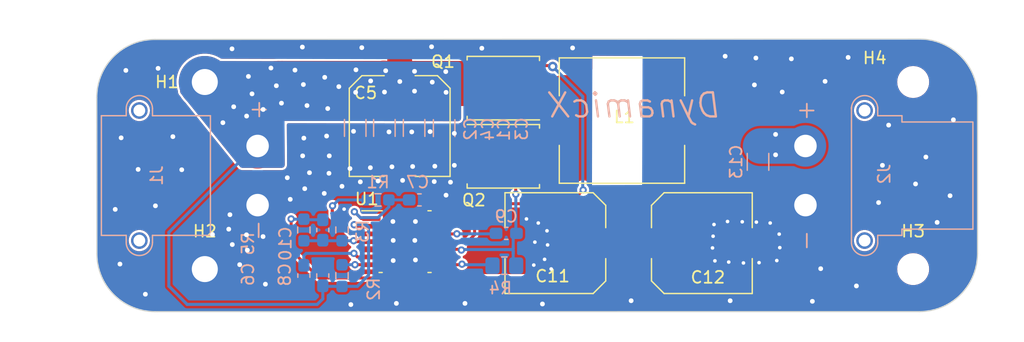
<source format=kicad_pcb>
(kicad_pcb (version 20211014) (generator pcbnew)
  (layers (0 "F.Cu" signal) (31 "B.Cu" signal) (34 "B.Paste" user) (35 "F.Paste" user) (36 "B.SilkS" user "B.Silkscreen") (37 "F.SilkS" user "F.Silkscreen") (38 "B.Mask" user) (39 "F.Mask" user) (44 "Edge.Cuts" user))
  (net 0 "")
  (net 1 "VCC")
  (net 2 "GND")
  (net 3 "Net-(C7-Pad1)")
  (net 4 "Net-(C8-Pad2)")
  (net 5 "Net-(C9-Pad1)")
  (net 6 "Net-(C9-Pad2)")
  (net 7 "Net-(C10-Pad1)")
  (net 8 "VOUT")
  (net 9 "Net-(Q1-Pad4)")
  (net 10 "Net-(Q2-Pad4)")
  (net 11 "Net-(R1-Pad1)")
  (net 12 "Net-(R2-Pad2)")
  (net 13 "Net-(R4-Pad1)")
  (footprint "Package_SO:HTSSOP-14-1EP_4.4x5mm_P0.65mm_EP3.4x5mm_Mask3x3.1mm" (layer "F.Cu") (at 106.2378 137.0838)
    (fp_text reference "U1" (at -3.2408 -3.6068) (layer "F.SilkS"))
    (fp_text value "LM3150MH")
    (fp_line (start -1.935584 2.61) (end -2.2 2.61) (layer "F.SilkS") (width 0.12))
    (fp_line (start 1.935584 -2.61) (end 2.2 -2.61) (layer "F.SilkS") (width 0.12))
    (fp_line (start -1.935584 -2.61) (end -3.65 -2.61) (layer "F.SilkS") (width 0.12))
    (fp_line (start 1.935584 2.61) (end 2.2 2.61) (layer "F.SilkS") (width 0.12))
    (pad "1" smd roundrect (at -2.8625 -1.95) (size 1.575 0.4) (layers "F.Cu" "F.Paste" "F.Mask") (net 3 "Net-(C7-Pad1)"))
    (pad "2" smd roundrect (at -2.8625 -1.3) (size 1.575 0.4) (layers "F.Cu" "F.Paste" "F.Mask") (net 1 "VCC"))
    (pad "3" smd roundrect (at -2.8625 -0.65) (size 1.575 0.4) (layers "F.Cu" "F.Paste" "F.Mask") (net 11 "Net-(R1-Pad1)"))
    (pad "4" smd roundrect (at -2.8625 0) (size 1.575 0.4) (layers "F.Cu" "F.Paste" "F.Mask") (net 7 "Net-(C10-Pad1)"))
    (pad "5" smd roundrect (at -2.8625 0.65) (size 1.575 0.4) (layers "F.Cu" "F.Paste" "F.Mask") (net 2 "GND"))
    (pad "6" smd roundrect (at -2.8625 1.3) (size 1.575 0.4) (layers "F.Cu" "F.Paste" "F.Mask") (net 4 "Net-(C8-Pad2)"))
    (pad "7" smd roundrect (at -2.8625 1.95) (size 1.575 0.4) (layers "F.Cu" "F.Paste" "F.Mask") (net 12 "Net-(R2-Pad2)"))
    (pad "8" smd roundrect (at 2.8625 1.95) (size 1.575 0.4) (layers "F.Cu" "F.Paste" "F.Mask") (net 13 "Net-(R4-Pad1)"))
    (pad "9" smd roundrect (at 2.8625 1.3) (size 1.575 0.4) (layers "F.Cu" "F.Paste" "F.Mask") (net 2 "GND"))
    (pad "10" smd roundrect (at 2.8625 0.65) (size 1.575 0.4) (layers "F.Cu" "F.Paste" "F.Mask") (net 5 "Net-(C9-Pad1)"))
    (pad "11" smd roundrect (at 2.8625 0) (size 1.575 0.4) (layers "F.Cu" "F.Paste" "F.Mask") (net 9 "Net-(Q1-Pad4)"))
    (pad "12" smd roundrect (at 2.8625 -0.65) (size 1.575 0.4) (layers "F.Cu" "F.Paste" "F.Mask") (net 6 "Net-(C9-Pad2)"))
    (pad "13" smd roundrect (at 2.8625 -1.3) (size 1.575 0.4) (layers "F.Cu" "F.Paste" "F.Mask") (net 10 "Net-(Q2-Pad4)"))
    (pad "14" smd roundrect (at 2.8625 -1.95) (size 1.575 0.4) (layers "F.Cu" "F.Paste" "F.Mask") (net 2 "GND"))
    (pad "15" smd rect (at 0 0) (size 3.4 5) (layers "F.Cu") (net 2 "GND"))
  )
  (footprint "MountingHole:MountingHole_2.2mm_M2_Pad_TopBottom" (layer "F.Cu") (at 89.3016 123.586 90)
    (fp_text reference "H1" (at 0 -3.2) (layer "F.SilkS"))
    (fp_text value "MountingHole_Pad")
    (pad "1" connect circle (at 0 0 90) (size 4.4 4.4) (layers "F.Cu" "F.Mask") (net 1 "VCC"))
    (pad "1" thru_hole circle (at 0 0 90) (size 2.6 2.6) (drill 2.2) (layers *.Cu *.Mask) (net 1 "VCC"))
    (pad "1" connect circle (at 0 0 90) (size 4.4 4.4) (layers "B.Cu" "B.Mask") (net 1 "VCC"))
  )
  (footprint "MountingHole:MountingHole_2.2mm_M2" (layer "F.Cu") (at 149.2016 139.4056)
    (fp_text reference "H3" (at 0 -3.2) (layer "F.SilkS"))
    (fp_text value "MountingHole")
    (pad "" np_thru_hole circle (at 0 0) (size 2.2 2.2) (drill 2.2) (layers *.Cu *.Mask))
  )
  (footprint "MountingHole:MountingHole_2.2mm_M2" (layer "F.Cu") (at 149.2016 123.586)
    (fp_text reference "H4" (at -3.25 -2.0304) (layer "F.SilkS"))
    (fp_text value "MountingHole")
    (pad "" np_thru_hole circle (at 0 0) (size 2.2 2.2) (drill 2.2) (layers *.Cu *.Mask))
  )
  (footprint "MountingHole:MountingHole_2.2mm_M2_Pad_TopBottom" (layer "F.Cu") (at 89.3016 139.4056)
    (fp_text reference "H2" (at 0 -3.2) (layer "F.SilkS"))
    (fp_text value "MountingHole_Pad")
    (pad "1" thru_hole circle (at 0 0) (size 2.6 2.6) (drill 2.2) (layers *.Cu *.Mask) (net 2 "GND"))
    (pad "1" connect circle (at 0 0) (size 4.4 4.4) (layers "B.Cu" "B.Mask") (net 2 "GND"))
    (pad "1" connect circle (at 0 0) (size 4.4 4.4) (layers "F.Cu" "F.Mask") (net 2 "GND"))
  )
  (footprint "Package_TO_SOT_SMD:TDSON-8-1" (layer "F.Cu") (at 114.5436 124.1044 180)
    (fp_text reference "Q1" (at 5.095 2.2352) (layer "F.SilkS"))
    (fp_text value "CSD18540Q5B")
    (fp_line (start 3.06 -2.685) (end -3.06 -2.685) (layer "F.SilkS") (width 0.12))
    (fp_line (start 3.06 -2.385) (end 3.06 -2.685) (layer "F.SilkS") (width 0.12))
    (fp_line (start -3.06 2.335) (end -3.06 2.685) (layer "F.SilkS") (width 0.12))
    (fp_line (start 3.06 2.385) (end 3.06 2.685) (layer "F.SilkS") (width 0.12))
    (fp_line (start 3.06 2.685) (end -3.06 2.685) (layer "F.SilkS") (width 0.12))
    (pad "1" smd rect (at -2.9 -1.905 180) (size 0.85 0.5) (layers "F.Cu" "F.Paste" "F.Mask") (net 5 "Net-(C9-Pad1)"))
    (pad "2" smd rect (at -2.9 -0.635 180) (size 0.85 0.5) (layers "F.Cu" "F.Paste" "F.Mask") (net 5 "Net-(C9-Pad1)"))
    (pad "3" smd rect (at -2.9 0.635 180) (size 0.85 0.5) (layers "F.Cu" "F.Paste" "F.Mask") (net 5 "Net-(C9-Pad1)"))
    (pad "4" smd rect (at -2.9 1.905 180) (size 0.85 0.5) (layers "F.Cu" "F.Paste" "F.Mask") (net 9 "Net-(Q1-Pad4)"))
    (pad "5" smd rect (at 1.05 0 180) (size 4.55 4.41) (layers "F.Cu") (net 1 "VCC"))
  )
  (footprint "Capacitor_SMD:C_Elec_8x10.2" (layer "F.Cu") (at 131.333 137.2108)
    (fp_text reference "C12" (at 0.508 2.8956) (layer "F.SilkS"))
    (fp_text value "220uF")
    (fp_line (start -4.26 -3.195563) (end -4.26 -1.31) (layer "F.SilkS") (width 0.12))
    (fp_line (start 4.26 -4.26) (end 4.26 -1.31) (layer "F.SilkS") (width 0.12))
    (fp_line (start 4.26 4.26) (end 4.26 1.31) (layer "F.SilkS") (width 0.12))
    (fp_line (start -4.26 3.195563) (end -4.26 1.31) (layer "F.SilkS") (width 0.12))
    (fp_line (start -4.26 3.195563) (end -3.195563 4.26) (layer "F.SilkS") (width 0.12))
    (fp_line (start -3.195563 -4.26) (end 4.26 -4.26) (layer "F.SilkS") (width 0.12))
    (fp_line (start -3.195563 4.26) (end 4.26 4.26) (layer "F.SilkS") (width 0.12))
    (fp_line (start -4.26 -3.195563) (end -3.195563 -4.26) (layer "F.SilkS") (width 0.12))
    (pad "1" smd roundrect (at -3.6 0) (size 4.5 2.1) (layers "F.Cu" "F.Paste" "F.Mask") (roundrect_rratio 0.1190480952) (net 8 "VOUT"))
    (pad "2" smd roundrect (at 3.6 0) (size 4.5 2.1) (layers "F.Cu" "F.Paste" "F.Mask") (roundrect_rratio 0.1190480952) (net 2 "GND"))
  )
  (footprint "Capacitor_SMD:C_Elec_8x10.2" (layer "F.Cu") (at 105.7806 127.3103 -90)
    (fp_text reference "C5" (at -2.7995 2.8852 -180) (layer "F.SilkS"))
    (fp_text value "CAP")
    (fp_line (start -3.195563 -4.26) (end 4.26 -4.26) (layer "F.SilkS") (width 0.12))
    (fp_line (start -4.26 3.195563) (end -4.26 1.31) (layer "F.SilkS") (width 0.12))
    (fp_line (start -4.26 3.195563) (end -3.195563 4.26) (layer "F.SilkS") (width 0.12))
    (fp_line (start -3.195563 4.26) (end 4.26 4.26) (layer "F.SilkS") (width 0.12))
    (fp_line (start -4.26 -3.195563) (end -3.195563 -4.26) (layer "F.SilkS") (width 0.12))
    (fp_line (start 4.26 -4.26) (end 4.26 -1.31) (layer "F.SilkS") (width 0.12))
    (fp_line (start -4.26 -3.195563) (end -4.26 -1.31) (layer "F.SilkS") (width 0.12))
    (fp_line (start 4.26 4.26) (end 4.26 1.31) (layer "F.SilkS") (width 0.12))
    (pad "1" smd roundrect (at -3.6 0 270) (size 4.5 2.1) (layers "F.Cu" "F.Paste" "F.Mask") (roundrect_rratio 0.1190480952) (net 1 "VCC"))
    (pad "2" smd roundrect (at 3.6 0 270) (size 4.5 2.1) (layers "F.Cu" "F.Paste" "F.Mask") (roundrect_rratio 0.1190480952) (net 2 "GND"))
  )
  (footprint "Package_TO_SOT_SMD:TDSON-8-1" (layer "F.Cu") (at 114.5436 129.8702)
    (fp_text reference "Q2" (at -2.4892 3.7084) (layer "F.SilkS"))
    (fp_text value "CSD18540Q5B")
    (fp_line (start 3.06 2.385) (end 3.06 2.685) (layer "F.SilkS") (width 0.12))
    (fp_line (start -3.06 2.335) (end -3.06 2.685) (layer "F.SilkS") (width 0.12))
    (fp_line (start 3.06 2.685) (end -3.06 2.685) (layer "F.SilkS") (width 0.12))
    (fp_line (start 3.06 -2.685) (end -3.06 -2.685) (layer "F.SilkS") (width 0.12))
    (fp_line (start 3.06 -2.385) (end 3.06 -2.685) (layer "F.SilkS") (width 0.12))
    (pad "1" smd rect (at -2.9 -1.905) (size 0.85 0.5) (layers "F.Cu" "F.Paste" "F.Mask") (net 2 "GND"))
    (pad "2" smd rect (at -2.9 -0.635) (size 0.85 0.5) (layers "F.Cu" "F.Paste" "F.Mask") (net 2 "GND"))
    (pad "3" smd rect (at -2.9 0.635) (size 0.85 0.5) (layers "F.Cu" "F.Paste" "F.Mask") (net 2 "GND"))
    (pad "4" smd rect (at -2.9 1.905) (size 0.85 0.5) (layers "F.Cu" "F.Paste" "F.Mask") (net 10 "Net-(Q2-Pad4)"))
    (pad "5" smd rect (at 1.05 0) (size 4.55 4.41) (layers "F.Cu") (net 5 "Net-(C9-Pad1)"))
  )
  (footprint "Inductor_SMD:L_10.4x10.4_H4.8" (layer "F.Cu") (at 124.5766 126.8476)
    (fp_text reference "L1" (at 0.2032 -0.3048) (layer "F.SilkS"))
    (fp_text value "INDUCTOR")
    (fp_line (start -5.3 -5.3) (end 5.3 -5.3) (layer "F.SilkS") (width 0.12))
    (fp_line (start 5.3 2.1) (end 5.3 5.3) (layer "F.SilkS") (width 0.12))
    (fp_line (start -5.3 5.3) (end -5.3 2.1) (layer "F.SilkS") (width 0.12))
    (fp_line (start 5.3 -5.3) (end 5.3 -2.1) (layer "F.SilkS") (width 0.12))
    (fp_line (start -5.3 -2.1) (end -5.3 -5.3) (layer "F.SilkS") (width 0.12))
    (fp_line (start 5.3 5.3) (end -5.3 5.3) (layer "F.SilkS") (width 0.12))
    (pad "1" smd rect (at -4.15 0) (size 2.7 3.6) (layers "F.Cu" "F.Paste" "F.Mask") (net 5 "Net-(C9-Pad1)"))
    (pad "2" smd rect (at 4.15 0) (size 2.7 3.6) (layers "F.Cu" "F.Paste" "F.Mask") (net 8 "VOUT"))
  )
  (footprint "Capacitor_SMD:C_Elec_8x10.2" (layer "F.Cu") (at 118.9446 137.2108 180)
    (fp_text reference "C11" (at 0.2354 -2.794) (layer "F.SilkS"))
    (fp_text value "220uF")
    (fp_line (start -4.26 3.195563) (end -4.26 1.31) (layer "F.SilkS") (width 0.12))
    (fp_line (start -4.26 -3.195563) (end -3.195563 -4.26) (layer "F.SilkS") (width 0.12))
    (fp_line (start -3.195563 4.26) (end 4.26 4.26) (layer "F.SilkS") (width 0.12))
    (fp_line (start -4.26 3.195563) (end -3.195563 4.26) (layer "F.SilkS") (width 0.12))
    (fp_line (start 4.26 -4.26) (end 4.26 -1.31) (layer "F.SilkS") (width 0.12))
    (fp_line (start -4.26 -3.195563) (end -4.26 -1.31) (layer "F.SilkS") (width 0.12))
    (fp_line (start 4.26 4.26) (end 4.26 1.31) (layer "F.SilkS") (width 0.12))
    (fp_line (start -3.195563 -4.26) (end 4.26 -4.26) (layer "F.SilkS") (width 0.12))
    (pad "1" smd roundrect (at -3.6 0 180) (size 4.5 2.1) (layers "F.Cu" "F.Paste" "F.Mask") (roundrect_rratio 0.1190480952) (net 8 "VOUT"))
    (pad "2" smd roundrect (at 3.6 0 180) (size 4.5 2.1) (layers "F.Cu" "F.Paste" "F.Mask") (roundrect_rratio 0.1190480952) (net 2 "GND"))
  )
  (footprint "Capacitor_SMD:C_0603_1608Metric_Pad1.08x0.95mm_HandSolder" (layer "B.Cu") (at 99.2782 139.9529 90)
    (fp_text reference "C6" (at 0.1005 -6.3266 90) (layer "B.SilkS") (effects (justify mirror)))
    (fp_text value "0.1uF")
    (fp_line (start -0.146267 0.51) (end 0.146267 0.51) (layer "B.SilkS") (width 0.12))
    (fp_line (start -0.146267 -0.51) (end 0.146267 -0.51) (layer "B.SilkS") (width 0.12))
    (pad "1" smd roundrect (at -0.8625 0 90) (size 1.075 0.95) (layers "B.Cu" "B.Paste" "B.Mask") (net 1 "VCC"))
    (pad "2" smd roundrect (at 0.8625 0 90) (size 1.075 0.95) (layers "B.Cu" "B.Paste" "B.Mask") (net 2 "GND"))
  )
  (footprint "Resistor_SMD:R_0603_1608Metric_Pad0.98x0.95mm_HandSolder" (layer "B.Cu") (at 103.9516 133.5556)
    (fp_text reference "R1" (at 0 -1.5 -180) (layer "B.SilkS") (effects (justify mirror)))
    (fp_text value "10k")
    (fp_line (start -0.254724 0.5225) (end 0.254724 0.5225) (layer "B.SilkS") (width 0.12))
    (fp_line (start -0.254724 -0.5225) (end 0.254724 -0.5225) (layer "B.SilkS") (width 0.12))
    (pad "1" smd roundrect (at -0.9125 0) (size 0.975 0.95) (layers "B.Cu" "B.Paste" "B.Mask") (net 11 "Net-(R1-Pad1)"))
    (pad "2" smd roundrect (at 0.9125 0) (size 0.975 0.95) (layers "B.Cu" "B.Paste" "B.Mask") (net 3 "Net-(C7-Pad1)"))
  )
  (footprint "Resistor_SMD:R_0805_2012Metric_Pad1.20x1.40mm_HandSolder" (layer "B.Cu") (at 114.6292 139.1158)
    (fp_text reference "R4" (at -0.3292 1.905) (layer "B.SilkS") (effects (justify mirror)))
    (fp_text value "680")
    (fp_line (start -0.227064 -0.735) (end 0.227064 -0.735) (layer "B.SilkS") (width 0.12))
    (fp_line (start -0.227064 0.735) (end 0.227064 0.735) (layer "B.SilkS") (width 0.12))
    (pad "1" smd roundrect (at -1 0) (size 1.2 1.4) (layers "B.Cu" "B.Paste" "B.Mask") (roundrect_rratio 0.2083333333) (net 13 "Net-(R4-Pad1)"))
    (pad "2" smd roundrect (at 1 0) (size 1.2 1.4) (layers "B.Cu" "B.Paste" "B.Mask") (roundrect_rratio 0.2083333333) (net 5 "Net-(C9-Pad1)"))
  )
  (footprint "Resistor_SMD:R_0603_1608Metric_Pad0.98x0.95mm_HandSolder" (layer "B.Cu") (at 100.9038 136.0951 90)
    (fp_text reference "R3" (at -0.1251 1.7376 90) (layer "B.SilkS") (effects (justify mirror)))
    (fp_text value "10k")
    (fp_line (start -0.254724 -0.5225) (end 0.254724 -0.5225) (layer "B.SilkS") (width 0.12))
    (fp_line (start -0.254724 0.5225) (end 0.254724 0.5225) (layer "B.SilkS") (width 0.12))
    (pad "1" smd roundrect (at -0.9125 0 90) (size 0.975 0.95) (layers "B.Cu" "B.Paste" "B.Mask") (net 7 "Net-(C10-Pad1)"))
    (pad "2" smd roundrect (at 0.9125 0 90) (size 0.975 0.95) (layers "B.Cu" "B.Paste" "B.Mask") (net 2 "GND"))
  )
  (footprint "Capacitor_SMD:C_0603_1608Metric_Pad1.08x0.95mm_HandSolder" (layer "B.Cu") (at 114.7916 136.3856 180)
    (fp_text reference "C9" (at 0 1.43) (layer "B.SilkS") (effects (justify mirror)))
    (fp_text value "470nF")
    (fp_line (start -0.146267 0.51) (end 0.146267 0.51) (layer "B.SilkS") (width 0.12))
    (fp_line (start -0.146267 -0.51) (end 0.146267 -0.51) (layer "B.SilkS") (width 0.12))
    (pad "1" smd roundrect (at -0.8625 0 180) (size 1.075 0.95) (layers "B.Cu" "B.Paste" "B.Mask") (net 5 "Net-(C9-Pad1)"))
    (pad "2" smd roundrect (at 0.8625 0 180) (size 1.075 0.95) (layers "B.Cu" "B.Paste" "B.Mask") (net 6 "Net-(C9-Pad2)"))
  )
  (footprint "Resistor_SMD:R_0603_1608Metric_Pad0.98x0.95mm_HandSolder" (layer "B.Cu") (at 97.678 136.0981 90)
    (fp_text reference "R5" (at -1.1627 -4.7264 90) (layer "B.SilkS") (effects (justify mirror)))
    (fp_text value "300k")
    (fp_line (start -0.254724 -0.5225) (end 0.254724 -0.5225) (layer "B.SilkS") (width 0.12))
    (fp_line (start -0.254724 0.5225) (end 0.254724 0.5225) (layer "B.SilkS") (width 0.12))
    (pad "1" smd roundrect (at -0.9125 0 90) (size 0.975 0.95) (layers "B.Cu" "B.Paste" "B.Mask") (net 7 "Net-(C10-Pad1)"))
    (pad "2" smd roundrect (at 0.9125 0 90) (size 0.975 0.95) (layers "B.Cu" "B.Paste" "B.Mask") (net 8 "VOUT"))
  )
  (footprint "Connector_AMASS:AMASS_XT30PW-M_1x02_P2.50mm_Horizontal" (layer "B.Cu") (at 93.7664 133.9958 -90)
    (fp_text reference "J1" (at -2.5 8.5344 90) (layer "B.SilkS") (effects (justify mirror)))
    (fp_text value "Conn_01x02")
    (fp_text user "-" (at 2.1364 0.0254 90) (layer "B.SilkS") (effects (font (size 1.5 1.5)) (justify mirror)))
    (fp_text user "+" (at -8.0751 -0.0254 90) (layer "B.SilkS") (effects (font (size 1.5 1.5)) (justify mirror)))
    (fp_line (start -7.56 13.21) (end 2.56 13.21) (layer "B.SilkS") (width 0.12))
    (fp_line (start 2.56 13.21) (end 2.56 11.11) (layer "B.SilkS") (width 0.12))
    (fp_line (start -7.56 8.89) (end -7.56 3.99) (layer "B.SilkS") (width 0.12))
    (fp_line (start -8.15 8.89) (end -7.56 8.89) (layer "B.SilkS") (width 0.12))
    (fp_line (start -7.56 13.21) (end -7.56 11.11) (layer "B.SilkS") (width 0.12))
    (fp_line (start -8.15 11.11) (end -7.56 11.11) (layer "B.SilkS") (width 0.12))
    (fp_line (start 2.56 11.11) (end 3.15 11.11) (layer "B.SilkS") (width 0.12))
    (fp_line (start -7.56 3.99) (end 2.56 3.99) (layer "B.SilkS") (width 0.12))
    (fp_line (start 2.56 8.89) (end 3.15 8.89) (layer "B.SilkS") (width 0.12))
    (fp_line (start 2.56 8.89) (end 2.56 3.99) (layer "B.SilkS") (width 0.12))
    (fp_arc (start 3.15 8.89) (mid 4.26 10) (end 3.15 11.11) (layer "B.SilkS") (width 0.12))
    (fp_arc (start -8.15 11.11) (mid -9.26 10) (end -8.15 8.89) (layer "B.SilkS") (width 0.12))
    (pad "" thru_hole circle (at -8 10 270) (size 1.4 1.4) (drill 1) (layers *.Cu *.Mask))
    (pad "" thru_hole circle (at 3 10 270) (size 1.4 1.4) (drill 1) (layers *.Cu *.Mask))
    (pad "1" thru_hole rect (at 0 0 270) (size 3.5 3.5) (drill 1.9) (layers *.Cu *.Mask) (net 2 "GND"))
    (pad "2" thru_hole circle (at -5 0 270) (size 3.5 3.5) (drill 1.9) (layers *.Cu *.Mask) (net 1 "VCC"))
  )
  (footprint "Connector_AMASS:AMASS_XT30PW-F_1x02_P2.50mm_Horizontal" (layer "B.Cu") (at 140.0928 133.9958 90)
    (fp_text reference "J2" (at 2.627 6.658 90) (layer "B.SilkS") (effects (justify mirror)))
    (fp_text value "Conn_01x02")
    (fp_text user "+" (at 8 0 90) (layer "B.SilkS") (effects (font (size 1.5 1.5)) (justify mirror)))
    (fp_text user "-" (at -3 0 90) (layer "B.SilkS") (effects (font (size 1.5 1.5)) (justify mirror)))
    (fp_line (start -3.26 6.11) (end -2.56 6.11) (layer "B.SilkS") (width 0.12))
    (fp_line (start 7.03 8.16) (end 7.56 8.16) (layer "B.SilkS") (width 0.12))
    (fp_line (start -2.56 8.16) (end -2.03 8.16) (layer "B.SilkS") (width 0.12))
    (fp_line (start -2.56 8.16) (end -2.56 6.11) (layer "B.SilkS") (width 0.12))
    (fp_line (start -2.03 14.16) (end -2.03 8.16) (layer "B.SilkS") (width 0.12))
    (fp_line (start -2.03 14.16) (end 7 14.16) (layer "B.SilkS") (width 0.12))
    (fp_line (start 7.56 6.11) (end 8.26 6.11) (layer "B.SilkS") (width 0.12))
    (fp_line (start 7.03 14.16) (end 7.03 8.16) (layer "B.SilkS") (width 0.12))
    (fp_line (start 7.56 8.16) (end 7.56 6.11) (layer "B.SilkS") (width 0.12))
    (fp_line (start -3.26 3.89) (end 8.26 3.89) (layer "B.SilkS") (width 0.12))
    (fp_arc (start 8.15 3.89) (mid 9.26 5) (end 8.15 6.11) (layer "B.SilkS") (width 0.12))
    (fp_arc (start -3.15 6.11) (mid -4.256653 5.086124) (end -3.321729 3.903365) (layer "B.SilkS") (width 0.12))
    (pad "" thru_hole circle (at -3 5) (size 1.4 1.4) (drill 1) (layers *.Cu *.Mask))
    (pad "" thru_hole circle (at 8 5 90) (size 1.4 1.4) (drill 1) (layers *.Cu *.Mask))
    (pad "1" thru_hole rect (at 0 0 90) (size 3.5 3.5) (drill 1.9) (layers *.Cu *.Mask) (net 2 "GND"))
    (pad "2" thru_hole circle (at 5 0 90) (size 3.5 3.5) (drill 1.9) (layers *.Cu *.Mask) (net 8 "VOUT"))
  )
  (footprint "Capacitor_SMD:C_0603_1608Metric_Pad1.08x0.95mm_HandSolder" (layer "B.Cu") (at 107.4516 133.5556)
    (fp_text reference "C7" (at -0.146267 -1.5 -180) (layer "B.SilkS") (effects (justify mirror)))
    (fp_text value "2.2uF")
    (fp_line (start -0.146267 0.51) (end 0.146267 0.51) (layer "B.SilkS") (width 0.12))
    (fp_line (start -0.146267 -0.51) (end 0.146267 -0.51) (layer "B.SilkS") (width 0.12))
    (pad "1" smd roundrect (at -0.8625 0) (size 1.075 0.95) (layers "B.Cu" "B.Paste" "B.Mask") (net 3 "Net-(C7-Pad1)"))
    (pad "2" smd roundrect (at 0.8625 0) (size 1.075 0.95) (layers "B.Cu" "B.Paste" "B.Mask") (net 2 "GND"))
  )
  (footprint "Capacitor_SMD:C_0603_1608Metric_Pad1.08x0.95mm_HandSolder" (layer "B.Cu") (at 99.2782 136.0981 90)
    (fp_text reference "C10" (at -1.1635 -3.1646 90) (layer "B.SilkS") (effects (justify mirror)))
    (fp_text value "470pF")
    (fp_line (start -0.146267 -0.51) (end 0.146267 -0.51) (layer "B.SilkS") (width 0.12))
    (fp_line (start -0.146267 0.51) (end 0.146267 0.51) (layer "B.SilkS") (width 0.12))
    (pad "1" smd roundrect (at -0.8625 0 90) (size 1.075 0.95) (layers "B.Cu" "B.Paste" "B.Mask") (net 7 "Net-(C10-Pad1)"))
    (pad "2" smd roundrect (at 0.8625 0 90) (size 1.075 0.95) (layers "B.Cu" "B.Paste" "B.Mask") (net 8 "VOUT"))
  )
  (footprint "Capacitor_SMD:C_1206_3216Metric_Pad1.33x1.80mm_HandSolder" (layer "B.Cu") (at 109.5398 127.4826 -90)
    (fp_text reference "C3" (at 0.0762 -6.5636 90) (layer "B.SilkS") (effects (justify mirror)))
    (fp_text value "22uF")
    (fp_line (start -0.711252 0.91) (end 0.711252 0.91) (layer "B.SilkS") (width 0.12))
    (fp_line (start -0.711252 -0.91) (end 0.711252 -0.91) (layer "B.SilkS") (width 0.12))
    (pad "1" smd roundrect (at -1.5625 0 270) (size 1.325 1.8) (layers "B.Cu" "B.Paste" "B.Mask") (roundrect_rratio 0.1886792453) (net 1 "VCC"))
    (pad "2" smd roundrect (at 1.5625 0 270) (size 1.325 1.8) (layers "B.Cu" "B.Paste" "B.Mask") (roundrect_rratio 0.1886792453) (net 2 "GND"))
  )
  (footprint "Capacitor_SMD:C_1206_3216Metric_Pad1.33x1.80mm_HandSolder" (layer "B.Cu") (at 136.0816 130.3381 -90)
    (fp_text reference "C13" (at 0 1.85 90) (layer "B.SilkS") (effects (justify mirror)))
    (fp_text value "10uF")
    (fp_line (start -0.711252 0.91) (end 0.711252 0.91) (layer "B.SilkS") (width 0.12))
    (fp_line (start -0.711252 -0.91) (end 0.711252 -0.91) (layer "B.SilkS") (width 0.12))
    (pad "1" smd roundrect (at -1.5625 0 270) (size 1.325 1.8) (layers "B.Cu" "B.Paste" "B.Mask") (roundrect_rratio 0.1886792453) (net 8 "VOUT"))
    (pad "2" smd roundrect (at 1.5625 0 270) (size 1.325 1.8) (layers "B.Cu" "B.Paste" "B.Mask") (roundrect_rratio 0.1886792453) (net 2 "GND"))
  )
  (footprint "Capacitor_SMD:C_1206_3216Metric_Pad1.33x1.80mm_HandSolder" (layer "B.Cu") (at 102.0214 127.4695 -90)
    (fp_text reference "C2" (at 0.0893 -9.7386 90) (layer "B.SilkS") (effects (justify mirror)))
    (fp_text value "22uF")
    (fp_line (start -0.711252 0.91) (end 0.711252 0.91) (layer "B.SilkS") (width 0.12))
    (fp_line (start -0.711252 -0.91) (end 0.711252 -0.91) (layer "B.SilkS") (width 0.12))
    (pad "1" smd roundrect (at -1.5625 0 270) (size 1.325 1.8) (layers "B.Cu" "B.Paste" "B.Mask") (roundrect_rratio 0.1886792453) (net 1 "VCC"))
    (pad "2" smd roundrect (at 1.5625 0 270) (size 1.325 1.8) (layers "B.Cu" "B.Paste" "B.Mask") (roundrect_rratio 0.1886792453) (net 2 "GND"))
  )
  (footprint "Capacitor_SMD:C_0603_1608Metric_Pad1.08x0.95mm_HandSolder" (layer "B.Cu") (at 97.678 139.9529 90)
    (fp_text reference "C8" (at 0.0751 -1.6152 90) (layer "B.SilkS") (effects (justify mirror)))
    (fp_text value "0.1uF")
    (fp_line (start -0.146267 0.51) (end 0.146267 0.51) (layer "B.SilkS") (width 0.12))
    (fp_line (start -0.146267 -0.51) (end 0.146267 -0.51) (layer "B.SilkS") (width 0.12))
    (pad "1" smd roundrect (at -0.8625 0 90) (size 1.075 0.95) (layers "B.Cu" "B.Paste" "B.Mask") (net 2 "GND"))
    (pad "2" smd roundrect (at 0.8625 0 90) (size 1.075 0.95) (layers "B.Cu" "B.Paste" "B.Mask") (net 4 "Net-(C8-Pad2)"))
  )
  (footprint "Resistor_SMD:R_0603_1608Metric_Pad0.98x0.95mm_HandSolder" (layer "B.Cu") (at 100.9038 139.954 90)
    (fp_text reference "R2" (at -1.1516 2.6778 90) (layer "B.SilkS") (effects (justify mirror)))
    (fp_text value "1M")
    (fp_line (start -0.254724 0.5225) (end 0.254724 0.5225) (layer "B.SilkS") (width 0.12))
    (fp_line (start -0.254724 -0.5225) (end 0.254724 -0.5225) (layer "B.SilkS") (width 0.12))
    (pad "1" smd roundrect (at -0.9125 0 90) (size 0.975 0.95) (layers "B.Cu" "B.Paste" "B.Mask") (net 1 "VCC"))
    (pad "2" smd roundrect (at 0.9125 0 90) (size 0.975 0.95) (layers "B.Cu" "B.Paste" "B.Mask") (net 12 "Net-(R2-Pad2)"))
  )
  (footprint "Capacitor_SMD:C_1206_3216Metric_Pad1.33x1.80mm_HandSolder" (layer "B.Cu") (at 104.4852 127.4695 -90)
    (fp_text reference "C4" (at 0.1147 -8.748 90) (layer "B.SilkS") (effects (justify mirror)))
    (fp_text value "22uF")
    (fp_line (start -0.711252 0.91) (end 0.711252 0.91) (layer "B.SilkS") (width 0.12))
    (fp_line (start -0.711252 -0.91) (end 0.711252 -0.91) (layer "B.SilkS") (width 0.12))
    (pad "1" smd roundrect (at -1.5625 0 270) (size 1.325 1.8) (layers "B.Cu" "B.Paste" "B.Mask") (roundrect_rratio 0.1886792453) (net 1 "VCC"))
    (pad "2" smd roundrect (at 1.5625 0 270) (size 1.325 1.8) (layers "B.Cu" "B.Paste" "B.Mask") (roundrect_rratio 0.1886792453) (net 2 "GND"))
  )
  (footprint "Capacitor_SMD:C_1206_3216Metric_Pad1.33x1.80mm_HandSolder" (layer "B.Cu") (at 106.9998 127.4695 -90)
    (fp_text reference "C1" (at 0.1401 -7.5796 90) (layer "B.SilkS") (effects (justify mirror)))
    (fp_text value "22uF")
    (fp_line (start -0.711252 0.91) (end 0.711252 0.91) (layer "B.SilkS") (width 0.12))
    (fp_line (start -0.711252 -0.91) (end 0.711252 -0.91) (layer "B.SilkS") (width 0.12))
    (pad "1" smd roundrect (at -1.5625 0 270) (size 1.325 1.8) (layers "B.Cu" "B.Paste" "B.Mask") (roundrect_rratio 0.1886792453) (net 1 "VCC"))
    (pad "2" smd roundrect (at 1.5625 0 270) (size 1.325 1.8) (layers "B.Cu" "B.Paste" "B.Mask") (roundrect_rratio 0.1886792453) (net 2 "GND"))
  )
  (gr_line (start 85.083245 143.002183) (end 149.731172 143) (layer "Edge.Cuts") (width 0.1))
  (gr_line (start 154.6428 138.088372) (end 154.6428 124.8639) (layer "Edge.Cuts") (width 0.1))
  (gr_arc (start 154.6428 138.088372) (mid 153.204217 141.561417) (end 149.731172 143) (layer "Edge.Cuts") (width 0.1))
  (gr_arc (start 80.1624 124.901045) (mid 81.600983 121.428) (end 85.074028 119.989417) (layer "Edge.Cuts") (width 0.1))
  (gr_line (start 149.731172 119.952272) (end 85.074028 119.989417) (layer "Edge.Cuts") (width 0.1))
  (gr_arc (start 85.083245 143.002183) (mid 81.6102 141.5636) (end 80.171617 138.090555) (layer "Edge.Cuts") (width 0.1))
  (gr_arc (start 149.731172 119.952272) (mid 153.204217 121.390855) (end 154.6428 124.8639) (layer "Edge.Cuts") (width 0.1))
  (gr_line (start 80.1624 124.901045) (end 80.171617 138.090555) (layer "Edge.Cuts") (width 0.1))
  (gr_text "DynamicX" (at 125.6816 125.5656) (layer "B.SilkS") (effects (font (size 2.032 2.032) (thickness 0.2032) italic) (justify mirror)))
  (segment (start 103.3753 135.7838) (end 102.0398 135.7838) (width 0.25) (layer "F.Cu") (net 1))
  (segment (start 107.0969 123.7103) (end 109.6569 123.7103) (width 3.81) (layer "F.Cu") (net 1))
  (segment (start 105.7806 123.7103) (end 107.0969 123.7103) (width 3.81) (layer "F.Cu") (net 1))
  (segment (start 95.6968 123.8504) (end 95.3516 123.8504) (width 2.54) (layer "F.Cu") (net 1))
  (segment (start 95.8369 123.7103) (end 95.6968 123.8504) (width 2.54) (layer "F.Cu") (net 1))
  (segment (start 109.6569 123.7103) (end 113.0995 123.7103) (width 3.81) (layer "F.Cu") (net 1))
  (segment (start 95.3516 123.8504) (end 95.491706 123.710294) (width 3.81) (layer "F.Cu") (net 1))
  (segment (start 93.7664 125.7808) (end 95.8369 123.7103) (width 3.81) (layer "F.Cu") (net 1))
  (segment (start 104.446294 123.710294) (end 105.780611 123.710294) (width 3.81) (layer "F.Cu") (net 1))
  (segment (start 104.416906 123.710294) (end 104.4316 123.6956) (width 3.81) (layer "F.Cu") (net 1))
  (segment (start 93.7664 128.9958) (end 93.7664 125.7808) (width 3.81) (layer "F.Cu") (net 1))
  (segment (start 104.4316 123.6956) (end 104.446294 123.710294) (width 3.81) (layer "F.Cu") (net 1))
  (segment (start 113.0995 123.7103) (end 113.4936 124.1044) (width 2.54) (layer "F.Cu") (net 1))
  (segment (start 95.491706 123.710294) (end 104.416906 123.710294) (width 3.81) (layer "F.Cu") (net 1))
  (via (at 99.441 123.19) (size 0.8) (drill 0.4) (layers "F.Cu" "B.Cu") (net 1))
  (via (at 104.4956 124.4346) (size 0.8) (drill 0.4) (layers "F.Cu" "B.Cu") (net 1))
  (via (at 92.837 126.4666) (size 0.8) (drill 0.4) (layers "F.Cu" "B.Cu") (net 1))
  (via (at 93.2942 124.587) (size 0.8) (drill 0.4) (layers "F.Cu" "B.Cu") (net 1))
  (via (at 97.6376 123.7996) (size 0.8) (drill 0.4) (layers "F.Cu" "B.Cu") (net 1))
  (via (at 97.9424 125.5776) (size 0.8) (drill 0.4) (layers "F.Cu" "B.Cu") (net 1))
  (via (at 101.9316 135.6556) (size 0.6096) (drill 0.3048) (layers "F.Cu" "B.Cu") (net 1))
  (via (at 100.6348 123.9774) (size 0.8) (drill 0.4) (layers "F.Cu" "B.Cu") (net 1))
  (via (at 109.6772 122.7074) (size 0.8) (drill 0.4) (layers "F.Cu" "B.Cu") (net 1))
  (via (at 102.0826 122.555) (size 0.8) (drill 0.4) (layers "F.Cu" "B.Cu") (net 1))
  (via (at 95.3516 123.9012) (size 0.8) (drill 0.4) (layers "F.Cu" "B.Cu") (net 1))
  (via (at 104.5972 122.6312) (size 0.8) (drill 0.4) (layers "F.Cu" "B.Cu") (net 1))
  (via (at 102.0572 124.46) (size 0.8) (drill 0.4) (layers "F.Cu" "B.Cu") (net 1))
  (via (at 91.7448 125.6792) (size 0.8) (drill 0.4) (layers "F.Cu" "B.Cu") (net 1))
  (via (at 96.9264 122.5804) (size 0.8) (drill 0.4) (layers "F.Cu" "B.Cu") (net 1))
  (via (at 95.7834 125.3744) (size 0.8) (drill 0.4) (layers "F.Cu" "B.Cu") (net 1))
  (via (at 103.3272 123.4948) (size 0.8) (drill 0.4) (layers "F.Cu" "B.Cu") (net 1))
  (via (at 94.234 125.9078) (size 0.8) (drill 0.4) (layers "F.Cu" "B.Cu") (net 1))
  (via (at 107.0356 122.682) (size 0.8) (drill 0.4) (layers "F.Cu" "B.Cu") (net 1))
  (via (at 94.8944 122.4026) (size 0.8) (drill 0.4) (layers "F.Cu" "B.Cu") (net 1))
  (via (at 105.791 123.5456) (size 0.8) (drill 0.4) (layers "F.Cu" "B.Cu") (net 1))
  (via (at 92.9894 123.1138) (size 0.8) (drill 0.4) (layers "F.Cu" "B.Cu") (net 1))
  (via (at 107.0356 124.3584) (size 0.8) (drill 0.4) (layers "F.Cu" "B.Cu") (net 1))
  (via (at 108.5342 123.5964) (size 0.8) (drill 0.4) (layers "F.Cu" "B.Cu") (net 1))
  (via (at 90.8304 127.0254) (size 0.8) (drill 0.4) (layers "F.Cu" "B.Cu") (net 1))
  (via (at 109.7026 124.46) (size 0.8) (drill 0.4) (layers "F.Cu" "B.Cu") (net 1))
  (via (at 99.695 125.8316) (size 0.8) (drill 0.4) (layers "F.Cu" "B.Cu") (net 1))
  (segment (start 86.2584 136.2964) (end 93.559 128.9958) (width 0.254) (layer "B.Cu") (net 1))
  (segment (start 103.1516 135.8556) (end 103.1516 139.9156) (width 0.254) (layer "B.Cu") (net 1))
  (segment (start 109.4053 125.7856) (end 109.5398 125.9201) (width 0.254) (layer "B.Cu") (net 1))
  (segment (start 102.0214 125.907) (end 102.0214 125.8454) (width 0.254) (layer "B.Cu") (net 1))
  (segment (start 102.0214 125.8454) (end 101.9616 125.7856) (width 0.254) (layer "B.Cu") (net 1))
  (segment (start 101.9316 135.6556) (end 102.9516 135.6556) (width 0.254) (layer "B.Cu") (net 1))
  (segment (start 93.559 128.9958) (end 93.7664 128.9958) (width 0.254) (layer "B.Cu") (net 1))
  (segment (start 102.9516 135.6556) (end 103.1516 135.8556) (width 0.254) (layer "B.Cu") (net 1))
  (segment (start 87.8078 142.3924) (end 86.2584 140.843) (width 0.254) (layer "B.Cu") (net 1))
  (segment (start 99.2782 140.8154) (end 99.2782 141.9202) (width 0.254) (layer "B.Cu") (net 1))
  (segment (start 99.3293 140.8665) (end 99.2782 140.8154) (width 0.254) (layer "B.Cu") (net 1))
  (segment (start 103.1516 139.9156) (end 102.2007 140.8665) (width 0.254) (layer "B.Cu") (net 1))
  (segment (start 101.9616 125.7856) (end 109.4053 125.7856) (width 0.254) (layer "B.Cu") (net 1))
  (segment (start 99.2782 141.9202) (end 98.806 142.3924) (width 0.254) (layer "B.Cu") (net 1))
  (segment (start 98.806 142.3924) (end 87.8078 142.3924) (width 0.254) (layer "B.Cu") (net 1))
  (segment (start 86.2584 140.843) (end 86.2584 136.2964) (width 0.254) (layer "B.Cu") (net 1))
  (segment (start 102.2007 140.8665) (end 100.9038 140.8665) (width 0.254) (layer "B.Cu") (net 1))
  (segment (start 100.9038 140.8665) (end 99.3293 140.8665) (width 0.254) (layer "B.Cu") (net 1))
  (segment (start 107.9698 135.1338) (end 107.9616 135.1256) (width 0.254) (layer "F.Cu") (net 2))
  (segment (start 107.5378 138.3838) (end 106.2378 137.0838) (width 0.254) (layer "F.Cu") (net 2))
  (segment (start 109.1003 135.1338) (end 107.9698 135.1338) (width 0.254) (layer "F.Cu") (net 2))
  (segment (start 105.5878 137.7338) (end 106.2378 137.0838) (width 0.254) (layer "F.Cu") (net 2))
  (segment (start 103.3753 137.7338) (end 105.5878 137.7338) (width 0.254) (layer "F.Cu") (net 2))
  (segment (start 109.1003 138.3838) (end 107.5378 138.3838) (width 0.254) (layer "F.Cu") (net 2))
  (segment (start 106.2378 136.8494) (end 106.2378 137.0838) (width 0.254) (layer "F.Cu") (net 2))
  (segment (start 107.9616 135.1256) (end 106.2378 136.8494) (width 0.254) (layer "F.Cu") (net 2))
  (via (at 136.1694 138.8618) (size 0.6096) (drill 0.3048) (layers "F.Cu" "B.Cu") (net 2))
  (via (at 132.4356 138.7094) (size 0.6096) (drill 0.3048) (layers "F.Cu" "B.Cu") (net 2))
  (via (at 125.3516 142.0806) (size 0.8) (drill 0.4) (layers "F.Cu" "B.Cu") (net 2))
  (via (at 97.7516 132.6056) (size 0.8) (drill 0.4) (layers "F.Cu" "B.Cu") (net 2))
  (via (at 105.2322 138.684) (size 0.8) (drill 0.4) (layers "F.Cu" "B.Cu") (net 2))
  (via (at 108.3516 127.7806) (size 0.8) (drill 0.4) (layers "F.Cu" "B.Cu") (net 2))
  (via (at 97.5766 129.8306) (size 0.8) (drill 0.4) (layers "F.Cu" "B.Cu") (net 2))
  (via (at 141.380578 139.371118) (size 0.8) (drill 0.4) (layers "F.Cu" "B.Cu") (net 2))
  (via (at 135.7766 123.8306) (size 0.8) (drill 0.4) (layers "F.Cu" "B.Cu") (net 2))
  (via (at 101.081611 134.335596) (size 0.6096) (drill 0.3048) (layers "F.Cu" "B.Cu") (net 2))
  (via (at 91.3266 136.0306) (size 0.8) (drill 0.4) (layers "F.Cu" "B.Cu") (net 2))
  (via (at 118.0338 138.5824) (size 0.6096) (drill 0.3048) (layers "F.Cu" "B.Cu") (net 2))
  (via (at 108.7016 132.0056) (size 0.8) (drill 0.4) (layers "F.Cu" "B.Cu") (net 2))
  (via (at 117.5004 135.509) (size 0.6096) (drill 0.3048) (layers "F.Cu" "B.Cu") (net 2))
  (via (at 99.8266 129.8306) (size 0.8) (drill 0.4) (layers "F.Cu" "B.Cu") (net 2))
  (via (at 109.7016 133.1556) (size 0.8) (drill 0.4) (layers "F.Cu" "B.Cu") (net 2))
  (via (at 135.9408 135.4328) (size 0.6096) (drill 0.3048) (layers "F.Cu" "B.Cu") (net 2))
  (via (at 107.061 136.9822) (size 0.8) (drill 0.4) (layers "F.Cu" "B.Cu") (net 2))
  (via (at 100.9016 132.4056) (size 0.8) (drill 0.4) (layers "F.Cu" "B.Cu") (net 2))
  (via (at 97.5516 120.6306) (size 0.8) (drill 0.4) (layers "F.Cu" "B.Cu") (net 2))
  (via (at 117.2116 137.1256) (size 0.6096) (drill 0.3048) (layers "F.Cu" "B.Cu") (net 2))
  (via (at 135.9016 121.5556) (size 0.8) (drill 0.4) (layers "F.Cu" "B.Cu") (net 2))
  (via (at 98.1516 131.2556) (size 0.8) (drill 0.4) (layers "F.Cu" "B.Cu") (net 2))
  (via (at 132.2832 136.6266) (size 0.6096) (drill 0.3048) (layers "F.Cu" "B.Cu") (net 2))
  (via (at 102.4516 132.0306) (size 0.8) (drill 0.4) (layers "F.Cu" "B.Cu") (net 2))
  (via (at 138.1266 124.4306) (size 0.8) (drill 0.4) (layers "F.Cu" "B.Cu") (net 2))
  (via (at 106.0266 131.9056) (size 0.8) (drill 0.4) (layers "F.Cu" "B.Cu") (net 2))
  (via (at 99.4016 133.0056) (size 0.8) (drill 0.4) (layers "F.Cu" "B.Cu") (net 2))
  (via (at 149.4016 132.2056) (size 0.8) (drill 0.4) (layers "F.Cu" "B.Cu") (net 2))
  (via (at 101.8766 127.7556) (size 0.8) (drill 0.4) (layers "F.Cu" "B.Cu") (net 2))
  (via (at 137.668 138.684) (size 0.6096) (drill 0.3048) (layers "F.Cu" "B.Cu") (net 2))
  (via (at 92.2516 139.0306) (size 0.8) (drill 0.4) (layers "F.Cu" "B.Cu") (net 2))
  (via (at 110.4016 127.9306) (size 0.8) (drill 0.4) (layers "F.Cu" "B.Cu") (net 2))
  (via (at 146.6016 130.6306) (size 0.8) (drill 0.4) (layers "F.Cu" "B.Cu") (net 2))
  (via (at 137.8712 136.4488) (size 0.6096) (drill 0.3048) (layers "F.Cu" "B.Cu") (net 2))
  (via (at 96.2766 131.6806) (size 0.8) (drill 0.4) (layers "F.Cu" "B.Cu") (net 2))
  (via (at 92.9016 137.8056) (size 0.8) (drill 0.4) (layers "F.Cu" "B.Cu") (net 2))
  (via (at 106.8766 130.7306) (size 0.8) (drill 0.4) (layers "F.Cu" "B.Cu") (net 2))
  (via (at 86.6016 128.2056) (size 0.8) (drill 0.4) (layers "F.Cu" "B.Cu") (net 2))
  (via (at 91.6016 120.7806) (size 0.8) (drill 0.4) (layers "F.Cu" "B.Cu") (net 2))
  (via (at 112.7266 120.7306) (size 0.8) (drill 0.4) (layers "F.Cu" "B.Cu") (net 2))
  (via (at 89.9516 136.4806) (size 0.8) (drill 0.4) (layers "F.Cu" "B.Cu") (net 2))
  (via (at 104.8766 127.8056) (size 0.8) (drill 0.4) (layers "F.Cu" "B.Cu") (net 2))
  (via (at 133.5024 135.382) (size 0.6096) (drill 0.3048) (layers "F.Cu" "B.Cu") (net 2))
  (via (at 106.8016 127.8056) (size 0.8) (drill 0.4) (layers "F.Cu" "B.Cu") (net 2))
  (via (at 151.2266 135.4556) (size 0.8) (drill 0.4) (layers "F.Cu" "B.Cu") (net 2))
  (via (at 107.1118 138.6332) (size 0.8) (drill 0.4) (layers "F.Cu" "B.Cu") (net 2))
  (via (at 134.8486 138.8872) (size 0.6096) (drill 0.3048) (layers "F.Cu" "B.Cu") (net 2))
  (via (at 91.4266 134.8056) (size 0.8) (drill 0.4) (layers "F.Cu" "B.Cu") (net 2))
  (via (at 99.8016 131.3056) (size 0.8) (drill 0.4) (layers "F.Cu" "B.Cu") (net 2))
  (via (at 84.2766 141.5306) (size 0.8) (drill 0.4) (layers "F.Cu" "B.Cu") (net 2))
  (via (at 140.6766 142.1306) (size 0.8) (drill 0.4) (layers "F.Cu" "B.Cu") (net 2))
  (via (at 97.6766 128.3306) (size 0.8) (drill 0.4) (layers "F.Cu" "B.Cu") (net 2))
  (via (at 117.1194 139.065) (size 0.6096) (drill 0.3048) (layers "F.Cu" "B.Cu") (net 2))
  (via (at 133.7266 142.0806) (size 0.8) (drill 0.4) (layers "F.Cu" "B.Cu") (net 2))
  (via (at 101.5766 130.9056) (size 0.8) (drill 0.4) (layers "F.Cu" "B.Cu") (net 2))
  (via (at 152.319673 133.201977) (size 0.8) (drill 0.4) (layers "F.Cu" "B.Cu") (net 2))
  (via (at 120.4016 120.7056) (size 0.8) (drill 0.4) (layers "F.Cu" "B.Cu") (net 2))
  (via (at 107.1118 135.382) (size 0.8) (drill 0.4) (layers "F.Cu" "B.Cu") (net 2))
  (via (at 118.5916 139.3956) (size 0.6096) (drill 0.3048) (layers "F.Cu" "B.Cu") (net 2))
  (via (at 141.7516 123.5306) (size 0.8) (drill 0.4) (layers "F.Cu" "B.Cu") (net 2))
  (via (at 108.7516 130.7056) (size 0.8) (drill 0.4) (layers "F.Cu" "B.Cu") (net 2))
  (via (at 118.2878 137.3632) (size 0.6096) (drill 0.3048) (layers "F.Cu" "B.Cu") (net 2))
  (via (at 102.5766 120.6806) (size 0.8) (drill 0.4) (layers "F.Cu" "B.Cu") (net 2))
  (via (at 94.2266 136.6556) (size 0.8) (drill 0.4) (layers "F.Cu" "B.Cu") (net 2))
  (via (at 144.4016 140.8306) (size 0.8) (drill 0.4) (layers "F.Cu" "B.Cu") (net 2))
  (via (at 91.6266 137.3306) (size 0.8) (drill 0.4) (layers "F.Cu" "B.Cu") (net 2))
  (via (at 111.3016 142.3056) (size 0.8) (drill 0.4) (layers "F.Cu" "B.Cu") (net 2))
  (via (at 85.1266 134.0556) (size 0.8) (drill 0.4) (layers "F.Cu" "B.Cu") (net 2))
  (via (at 92.8266 136.5056) (size 0.8) (drill 0.4) (layers "F.Cu" "B.Cu") (net 2))
  (via (at 105.2068 135.382) (size 0.8) (drill 0.4) (layers "F.Cu" "B.Cu") (net 2))
  (via (at 94.4266 140.6806) (size 0.8) (drill 0.4) (layers "F.Cu" "B.Cu") (net 2))
  (via (at 103.9516 131.9556) (size 0.8) (drill 0.4) (layers "F.Cu" "B.Cu") (net 2))
  (via (at 132.2324 137.6172) (size 0.6096) (drill 0.3048) (layers "F.Cu" "B.Cu") (net 2))
  (via (at 143.7016 121.5056) (size 0.8) (drill 0.4) (layers "F.Cu" "B.Cu") (net 2))
  (via (at 105.1266 130.7556) (size 0.8) (drill 0.4) (layers "F.Cu" "B.Cu") (net 2))
  (via (at 117.8516 142.3556) (size 0.8) (drill 0.4) (layers "F.Cu" "B.Cu") (net 2))
  (via (at 103.3016 130.8306) (size 0.8) (drill 0.4) (layers "F.Cu" "B.Cu") (net 2))
  (via (at 134.747 135.4074) (size 0.6096) (drill 0.3048) (layers "F.Cu" "B.Cu") (net 2))
  (via (at 96.5266 133.5056) (size 0.8) (drill 0.4) (layers "F.Cu" "B.Cu") (net 2))
  (via (at 105.5016 142.3056) (size 0.8) (drill 0.4) (layers "F.Cu" "B.Cu") (net 2))
  (via (at 116.5016 135.1656) (size 0.6096) (drill 0.3048) (layers "F.Cu" "B.Cu") (net 2))
  (via (at 132.3594 135.636) (size 0.6096) (drill 0.3048) (layers "F.Cu" "B.Cu") (net 2))
  (via (at 150.2766 129.9306) (size 0.8) (drill 0.4) (layers "F.Cu" "B.Cu") (net 2))
  (via (at 138.900201 121.626888) (size 0.8) (drill 0.4) (layers "F.Cu" "B.Cu") (net 2))
  (via (at 105.2322 136.9822) (size 0.8) (drill 0.4) (layers "F.Cu" "B.Cu") (net 2))
  (via (at 133.3016 121.4056) (size 0.8) (drill 0.4) (layers "F.Cu" "B.Cu") (net 2))
  (via (at 146.2766 133.7806) (size 0.8) (drill 0.4) (layers "F.Cu" "B.Cu") (net 2))
  (via (at 99.6016 128.1556) (size 0.8) (drill 0.4) (layers "F.Cu" "B.Cu") (net 2))
  (via (at 101.6516 142.4056) (size 0.8) (drill 0.4) (layers "F.Cu" "B.Cu") (net 2))
  (via (at 81.7266 134.3556) (size 0.8) (drill 0.4) (layers "F.Cu" "B.Cu") (net 2))
  (via (at 118.237 136.1694) (size 0.6096) (drill 0.3048) (layers "F.Cu" "B.Cu") (net 2))
  (via (at 82.1266 138.9806) (size 0.8) (drill 0.4) (layers "F.Cu" "B.Cu") (net 2))
  (via (at 87.3516 131.0056) (size 0.8) (drill 0.4) (layers "F.Cu" "B.Cu") (net 2))
  (via (at 85.3516 122.4306) (size 0.8) (drill 0.4) (layers "F.Cu" "B.Cu") (net 2))
  (via (at 137.1092 135.509) (size 0.6096) (drill 0.3048) (layers "F.Cu" "B.Cu") (net 2))
  (via (at 83.664131 130.975999) (size 0.8) (drill 0.4) (layers "F.Cu" "B.Cu") (net 2))
  (via (at 152.6016 126.7806) (size 0.8) (drill 0.4) (layers "F.Cu" "B.Cu") (net 2))
  (via (at 147.1266 127.2306) (size 0.8) (drill 0.4) (layers "F.Cu" "B.Cu") (net 2))
  (via (at 137.922 137.5918) (size 0.6096) (drill 0.3048) (layers "F.Cu" "B.Cu") (net 2))
  (via (at 82.6266 122.6056) (size 0.8) (drill 0.4) (layers "F.Cu" "B.Cu") (net 2))
  (via (at 82.2266 128.3056) (size 0.8) (drill 0.4) (layers "F.Cu" "B.Cu") (net 2))
  (via (at 110.4016 130.6306) (size 0.8) (drill 0.4) (layers "F.Cu" "B.Cu") (net 2))
  (via (at 108.4766 120.6056) (size 0.8) (drill 0.4) (layers "F.Cu" "B.Cu") (net 2))
  (via (at 110.0766 132.0556) (size 0.8) (drill 0.4) (layers "F.Cu" "B.Cu") (net 2))
  (via (at 133.604 138.811) (size 0.6096) (drill 0.3048) (layers "F.Cu" "B.Cu") (net 2))
  (segment (start 103.3753 135.1338) (end 102.5298 135.1338) (width 0.25) (layer "F.Cu") (net 3))
  (segment (start 102.5298 135.1338) (end 101.9516 134.5556) (width 0.25) (layer "F.Cu") (net 3))
  (via (at 101.9516 134.5556) (size 0.6096) (drill 0.3048) (layers "F.Cu" "B.Cu") (net 3))
  (segment (start 102.4516 135.0556) (end 101.9516 134.5556) (width 0.25) (layer "B.Cu") (net 3))
  (segment (start 104.8641 133.5556) (end 104.8641 134.1431) (width 0.25) (layer "B.Cu") (net 3))
  (segment (start 103.9516 135.0556) (end 102.4516 135.0556) (width 0.25) (layer "B.Cu") (net 3))
  (segment (start 106.5891 133.5556) (end 104.8641 133.5556) (width 0.25) (layer "B.Cu") (net 3))
  (segment (start 104.8641 134.1431) (end 103.9516 135.0556) (width 0.25) (layer "B.Cu") (net 3))
  (segment (start 103.3753 138.3838) (end 102.2198 138.3838) (width 0.254) (layer "F.Cu") (net 4))
  (segment (start 102.2198 138.3838) (end 101.9116 138.0756) (width 0.254) (layer "F.Cu") (net 4))
  (via (at 101.911607 138.075594) (size 0.6096) (drill 0.3048) (layers "F.Cu" "B.Cu") (net 4))
  (segment (start 97.678 138.2692) (end 97.871606 138.075594) (width 0.254) (layer "B.Cu") (net 4))
  (segment (start 97.678 139.0904) (end 97.678 138.2692) (width 0.254) (layer "B.Cu") (net 4))
  (segment (start 97.871606 138.075594) (end 101.911607 138.075594) (width 0.254) (layer "B.Cu") (net 4))
  (segment (start 120.4266 126.8906) (end 120.4266 126.8476) (width 2.54) (layer "F.Cu") (net 5))
  (segment (start 110.9368 137.7338) (end 110.998 137.795) (width 0.25) (layer "F.Cu") (net 5))
  (segment (start 115.5936 129.8702) (end 115.5936 133.0626) (width 0.254) (layer "F.Cu") (net 5))
  (segment (start 117.4436 128.0202) (end 115.5936 129.8702) (width 0.254) (layer "F.Cu") (net 5))
  (segment (start 109.1738 137.7338) (end 109.235 137.795) (width 0.25) (layer "F.Cu") (net 5))
  (segment (start 109.1003 137.7338) (end 110.9368 137.7338) (width 0.25) (layer "F.Cu") (net 5))
  (segment (start 115.5936 133.0626) (end 115.6016 133.0706) (width 0.254) (layer "F.Cu") (net 5))
  (segment (start 109.1003 137.7338) (end 109.1738 137.7338) (width 0.25) (layer "F.Cu") (net 5))
  (via (at 115.6016 133.0706) (size 0.6096) (drill 0.3048) (layers "F.Cu" "B.Cu") (net 5))
  (via (at 110.998 137.795) (size 0.6096) (drill 0.3048) (layers "F.Cu" "B.Cu") (net 5))
  (segment (start 115.6016 136.0174) (end 115.3034 136.3156) (width 0.254) (layer "B.Cu") (net 5))
  (segment (start 115.3796 137.8736) (end 115.2616 137.7556) (width 0.254) (layer "B.Cu") (net 5))
  (segment (start 115.3796 137.6376) (end 115.3796 137.4736) (width 0.25) (layer "B.Cu") (net 5))
  (segment (start 115.6292 138.811) (end 115.3796 138.5614) (width 0.25) (layer "B.Cu") (net 5))
  (segment (start 115.2616 137.7556) (end 115.3796 137.6376) (width 0.254) (layer "B.Cu") (net 5))
  (segment (start 115.3796 137.4736) (end 115.3796 136.271) (width 0.25) (layer "B.Cu") (net 5))
  (segment (start 115.6016 133.0706) (end 115.6016 136.0174) (width 0.254) (layer "B.Cu") (net 5))
  (segment (start 114.6616 137.7556) (end 115.0716 137.7556) (width 0.254) (layer "B.Cu") (net 5))
  (segment (start 115.3796 138.5614) (end 115.3796 138.0936) (width 0.25) (layer "B.Cu") (net 5))
  (segment (start 115.0716 137.7556) (end 115.2616 137.7556) (width 0.254) (layer "B.Cu") (net 5))
  (segment (start 115.0716 137.7556) (end 115.1616 137.7556) (width 0.254) (layer "B.Cu") (net 5))
  (segment (start 110.998 137.795) (end 111.0374 137.7556) (width 0.254) (layer "B.Cu") (net 5))
  (segment (start 111.0374 137.7556) (end 114.6616 137.7556) (width 0.254) (layer "B.Cu") (net 5))
  (segment (start 115.3796 138.0936) (end 115.3796 137.8736) (width 0.254) (layer "B.Cu") (net 5))
  (segment (start 115.3796 138.0936) (end 115.3796 137.6376) (width 0.25) (layer "B.Cu") (net 5))
  (segment (start 114.6616 137.7556) (end 115.0976 137.7556) (width 0.254) (layer "B.Cu") (net 5))
  (segment (start 110.5766 136.4338) (end 110.5916 136.4488) (width 0.254) (layer "F.Cu") (net 6))
  (segment (start 109.1003 136.4338) (end 110.5766 136.4338) (width 0.254) (layer "F.Cu") (net 6))
  (via (at 110.617 136.4234) (size 0.6096) (drill 0.3048) (layers "F.Cu" "B.Cu") (net 6))
  (segment (start 113.5784 136.3156) (end 113.5784 136.2456) (width 0.254) (layer "B.Cu") (net 6))
  (segment (start 113.4706 136.4234) (end 113.5784 136.3156) (width 0.254) (layer "B.Cu") (net 6))
  (segment (start 110.617 136.4234) (end 113.4706 136.4234) (width 0.254) (layer "B.Cu") (net 6))
  (segment (start 101.959791 137.0838) (end 101.883591 137.0076) (width 0.254) (layer "F.Cu") (net 7))
  (segment (start 103.3753 137.0838) (end 101.959791 137.0838) (width 0.254) (layer "F.Cu") (net 7))
  (via (at 101.883591 137.0076) (size 0.6096) (drill 0.3048) (layers "F.Cu" "B.Cu") (net 7))
  (segment (start 100.9038 137.0076) (end 101.8836 137.0076) (width 0.254) (layer "B.Cu") (net 7))
  (segment (start 97.678 137.0114) (end 100.9 137.0114) (width 0.254) (layer "B.Cu") (net 7))
  (segment (start 100.9 137.0114) (end 100.9038 137.0076) (width 0.254) (layer "B.Cu") (net 7))
  (segment (start 96.6016 135.1656) (end 96.6016 137.7956) (width 0.254) (layer "F.Cu") (net 8))
  (segment (start 96.6016 137.7956) (end 98.9632 140.1572) (width 0.254) (layer "F.Cu") (net 8))
  (segment (start 122.3264 137.2108) (end 122.5446 137.2108) (width 0.254) (layer "F.Cu") (net 8))
  (segment (start 98.9632 140.1572) (end 119.38 140.1572) (width 0.254) (layer "F.Cu") (net 8))
  (segment (start 119.38 140.1572) (end 122.3264 137.2108) (width 0.254) (layer "F.Cu") (net 8))
  (via (at 137.5664 129.7432) (size 0.8) (drill 0.4) (layers "F.Cu" "B.Cu") (net 8))
  (via (at 96.6016 135.1656) (size 0.6096) (drill 0.3048) (layers "F.Cu" "B.Cu") (net 8))
  (via (at 137.5664 128.016) (size 0.8) (drill 0.4) (layers "F.Cu" "B.Cu") (net 8))
  (segment (start 136.0816 128.7756) (end 136.3018 128.9958) (width 0.254) (layer "B.Cu") (net 8))
  (segment (start 97.678 135.1856) (end 96.6916 135.1856) (width 0.254) (layer "B.Cu") (net 8))
  (segment (start 136.30181 128.995805) (end 140.092811 128.995805) (width 3) (layer "B.Cu") (net 8))
  (segment (start 99.2782 135.2356) (end 97.7272 135.2356) (width 0.254) (layer "B.Cu") (net 8))
  (segment (start 97.7272 135.2356) (end 97.678 135.1864) (width 0.254) (layer "B.Cu") (net 8))
  (segment (start 112.1156 136.4996) (end 112.1156 135.4836) (width 0.25) (layer "F.Cu") (net 9))
  (segment (start 111.6076 137.0076) (end 112.1156 136.4996) (width 0.25) (layer "F.Cu") (net 9))
  (segment (start 113.7236 133.8756) (end 112.1156 135.4836) (width 0.25) (layer "F.Cu") (net 9))
  (segment (start 118.7196 122.2756) (end 118.6434 122.1994) (width 0.25) (layer "F.Cu") (net 9))
  (segment (start 109.1003 137.0838) (end 111.5314 137.0838) (width 0.25) (layer "F.Cu") (net 9))
  (segment (start 118.6434 122.1994) (end 117.4436 122.1994) (width 0.25) (layer "F.Cu") (net 9))
  (segment (start 111.5314 137.0838) (end 111.6076 137.0076) (width 0.25) (layer "F.Cu") (net 9))
  (segment (start 120.1316 133.8756) (end 113.7236 133.8756) (width 0.25) (layer "F.Cu") (net 9))
  (segment (start 121.2916 132.7156) (end 120.1316 133.8756) (width 0.25) (layer "F.Cu") (net 9))
  (via (at 118.7196 122.2756) (size 0.8) (drill 0.4) (layers "F.Cu" "B.Cu") (net 9))
  (via (at 121.2916 132.7156) (size 0.6096) (drill 0.3048) (layers "F.Cu" "B.Cu") (net 9))
  (segment (start 121.2596 124.8156) (end 118.7196 122.2756) (width 0.25) (layer "B.Cu") (net 9))
  (segment (start 121.2596 132.6836) (end 121.2596 124.8156) (width 0.25) (layer "B.Cu") (net 9))
  (segment (start 121.2916 132.7156) (end 121.2596 132.6836) (width 0.25) (layer "B.Cu") (net 9))
  (segment (start 110.2914 135.7838) (end 109.1003 135.7838) (width 0.254) (layer "F.Cu") (net 10))
  (segment (start 111.6436 134.4316) (end 110.2914 135.7838) (width 0.254) (layer "F.Cu") (net 10))
  (segment (start 111.6436 131.7752) (end 111.6436 134.4316) (width 0.254) (layer "F.Cu") (net 10))
  (segment (start 101.562289 136.376289) (end 101.5416 136.3556) (width 0.254) (layer "F.Cu") (net 11))
  (segment (start 103.317789 136.376289) (end 101.562289 136.376289) (width 0.254) (layer "F.Cu") (net 11))
  (segment (start 100.0816 134.8956) (end 100.0816 134.4856) (width 0.254) (layer "F.Cu") (net 11))
  (segment (start 100.0816 134.4856) (end 100.0816 134.1106) (width 0.254) (layer "F.Cu") (net 11))
  (segment (start 101.5416 136.3556) (end 100.0816 134.8956) (width 0.254) (layer "F.Cu") (net 11))
  (segment (start 103.3753 136.4338) (end 103.317789 136.376289) (width 0.254) (layer "F.Cu") (net 11))
  (via (at 100.1016 134.0556) (size 0.6096) (drill 0.3048) (layers "F.Cu" "B.Cu") (net 11))
  (segment (start 103.0391 133.5556) (end 100.6016 133.5556) (width 0.25) (layer "B.Cu") (net 11))
  (segment (start 100.6016 133.5556) (end 100.1016 134.0556) (width 0.25) (layer "B.Cu") (net 11))
  (segment (start 102.0034 139.0338) (end 102.0016 139.0356) (width 0.254) (layer "F.Cu") (net 12))
  (segment (start 103.3753 139.0338) (end 102.0034 139.0338) (width 0.254) (layer "F.Cu") (net 12))
  (via (at 102.0016 139.033809) (size 0.6096) (drill 0.3048) (layers "F.Cu" "B.Cu") (net 12))
  (segment (start 102.0016 139.033809) (end 100.911491 139.033809) (width 0.254) (layer "B.Cu") (net 12))
  (segment (start 100.911491 139.033809) (end 100.9038 139.0415) (width 0.254) (layer "B.Cu") (net 12))
  (segment (start 111.0038 139.0338) (end 111.0488 138.9888) (width 0.254) (layer "F.Cu") (net 13))
  (segment (start 109.1003 139.0338) (end 111.0038 139.0338) (width 0.254) (layer "F.Cu") (net 13))
  (segment (start 109.1003 139.0338) (end 109.1569 139.0904) (width 0.254) (layer "F.Cu") (net 13))
  (via (at 111.0488 138.9888) (size 0.6096) (drill 0.3048) (layers "F.Cu" "B.Cu") (net 13))
  (segment (start 111.095911 139.035911) (end 113.429689 139.035911) (width 0.254) (layer "B.Cu") (net 13))
  (segment (start 113.429689 139.035911) (end 113.6292 138.8364) (width 0.254) (layer "B.Cu") (net 13))
  (segment (start 111.0488 138.9888) (end 111.095911 139.035911) (width 0.254) (layer "B.Cu") (net 13))
  (zone (net 1) (net_name "VCC") (layer "F.Cu") (priority 1) (connect_pads yes (clearance 0)) (min_thickness 0.254) (fill yes (thermal_gap 0.508) (thermal_bridge_width 0.508) (smoothing fillet) (radius 0.254))
    (polygon (pts (xy 110.972302 121.869198) (xy 110.9726 126.8984) (xy 96.0374 126.873) (xy 96.0628 130.8434) (xy 92.3544 130.8434) (xy 87.140552 124.377969) (xy 89.324952 121.812569)))
  )
  (zone (net 8) (net_name "VOUT") (layer "F.Cu") (priority 1) (connect_pads yes (clearance 0.508)) (min_thickness 0.254) (fill yes (thermal_gap 0.508) (thermal_bridge_width 0.508) (smoothing fillet) (radius 0.508))
    (polygon (pts (xy 130.0316 131.4156) (xy 130.060881 126.502642) (xy 142.830747 126.522718) (xy 142.822952 131.445556)))
  )
  (zone (net 5) (net_name "Net-(C9-Pad1)") (layer "F.Cu") (priority 1) (connect_pads yes (clearance 0.508)) (min_thickness 0.254) (fill yes (thermal_gap 0.508) (thermal_bridge_width 0.508) (smoothing fillet) (radius 0.508))
    (polygon (pts (xy 122.0216 132.0756) (xy 113.3116 132.0756) (xy 113.2916 127.6656) (xy 116.979955 127.664388) (xy 116.949955 123.004388) (xy 122.0316 123.0056)))
  )
  (zone (net 0) (net_name "") (layers F&B.Cu) (connect_pads yes (clearance 0)) (min_thickness 0.254)
    (keepout (tracks not_allowed) (vias not_allowed) (pads allowed) (copperpour not_allowed) (footprints allowed))
    (fill (thermal_gap 0.508) (thermal_bridge_width 0.508))
    (polygon (pts (xy 126.3216 121.3856) (xy 126.2816 132.2956) (xy 122.0416 132.3056) (xy 122.0716 121.3656)))
  )
  (zone (net 8) (net_name "VOUT") (layer "F.Cu") (priority 1) (connect_pads yes (clearance 0.508)) (min_thickness 0.254) (fill yes (thermal_gap 0.508) (thermal_bridge_width 0.508) (smoothing fillet) (radius 0.508))
    (polygon (pts (xy 131.3816 139.8756) (xy 119.7116 139.8856) (xy 119.7116 134.8356) (xy 126.3616 134.8456) (xy 126.3416 121.5656) (xy 131.3816 121.5656)))
  )
  (zone (net 2) (net_name "GND") (layers F&B.Cu) (connect_pads yes (clearance 0)) (min_thickness 0.254) (fill yes (thermal_gap 0.508) (thermal_bridge_width 0.508) (smoothing fillet) (radius 0.254))
    (polygon (pts (xy 158.5816 145.1856) (xy 77.0316 145.5856) (xy 76.9816 119.7756) (xy 79.0916 119.7856) (xy 158.5016 119.0856)))
  )
  (zone (net 1) (net_name "VCC") (layer "B.Cu") (priority 1) (connect_pads yes (clearance 0)) (min_thickness 0.254) (fill yes (thermal_gap 0.508) (thermal_bridge_width 0.508) (smoothing fillet) (radius 0.254))
    (polygon (pts (xy 110.972302 121.869198) (xy 110.9726 126.8984) (xy 96.0374 126.873) (xy 96.0628 130.8434) (xy 92.3544 130.8434) (xy 87.140552 124.377969) (xy 89.324952 121.812569)))
  )
)
</source>
